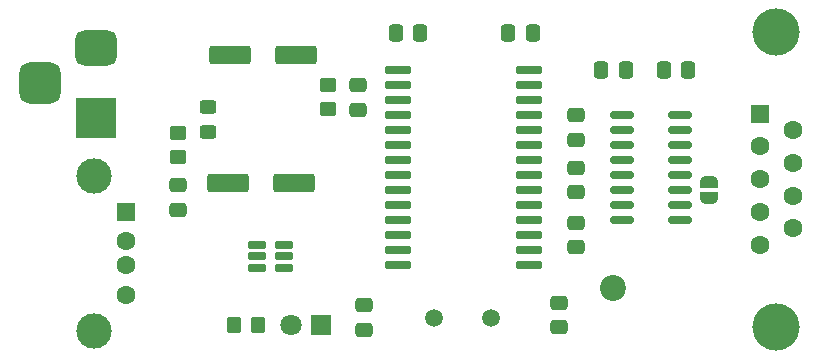
<source format=gts>
G04 #@! TF.GenerationSoftware,KiCad,Pcbnew,8.0.3+1*
G04 #@! TF.CreationDate,2024-07-17T12:21:26-06:00*
G04 #@! TF.ProjectId,CH375_Serial,43483337-355f-4536-9572-69616c2e6b69,rev?*
G04 #@! TF.SameCoordinates,Original*
G04 #@! TF.FileFunction,Soldermask,Top*
G04 #@! TF.FilePolarity,Negative*
%FSLAX46Y46*%
G04 Gerber Fmt 4.6, Leading zero omitted, Abs format (unit mm)*
G04 Created by KiCad (PCBNEW 8.0.3+1) date 2024-07-17 12:21:26*
%MOMM*%
%LPD*%
G01*
G04 APERTURE LIST*
G04 Aperture macros list*
%AMRoundRect*
0 Rectangle with rounded corners*
0 $1 Rounding radius*
0 $2 $3 $4 $5 $6 $7 $8 $9 X,Y pos of 4 corners*
0 Add a 4 corners polygon primitive as box body*
4,1,4,$2,$3,$4,$5,$6,$7,$8,$9,$2,$3,0*
0 Add four circle primitives for the rounded corners*
1,1,$1+$1,$2,$3*
1,1,$1+$1,$4,$5*
1,1,$1+$1,$6,$7*
1,1,$1+$1,$8,$9*
0 Add four rect primitives between the rounded corners*
20,1,$1+$1,$2,$3,$4,$5,0*
20,1,$1+$1,$4,$5,$6,$7,0*
20,1,$1+$1,$6,$7,$8,$9,0*
20,1,$1+$1,$8,$9,$2,$3,0*%
%AMFreePoly0*
4,1,19,0.500000,-0.750000,0.000000,-0.750000,0.000000,-0.744911,-0.071157,-0.744911,-0.207708,-0.704816,-0.327430,-0.627875,-0.420627,-0.520320,-0.479746,-0.390866,-0.500000,-0.250000,-0.500000,0.250000,-0.479746,0.390866,-0.420627,0.520320,-0.327430,0.627875,-0.207708,0.704816,-0.071157,0.744911,0.000000,0.744911,0.000000,0.750000,0.500000,0.750000,0.500000,-0.750000,0.500000,-0.750000,
$1*%
%AMFreePoly1*
4,1,19,0.000000,0.744911,0.071157,0.744911,0.207708,0.704816,0.327430,0.627875,0.420627,0.520320,0.479746,0.390866,0.500000,0.250000,0.500000,-0.250000,0.479746,-0.390866,0.420627,-0.520320,0.327430,-0.627875,0.207708,-0.704816,0.071157,-0.744911,0.000000,-0.744911,0.000000,-0.750000,-0.500000,-0.750000,-0.500000,0.750000,0.000000,0.750000,0.000000,0.744911,0.000000,0.744911,
$1*%
G04 Aperture macros list end*
%ADD10RoundRect,0.250000X-1.500000X-0.550000X1.500000X-0.550000X1.500000X0.550000X-1.500000X0.550000X0*%
%ADD11RoundRect,0.250000X-0.475000X0.337500X-0.475000X-0.337500X0.475000X-0.337500X0.475000X0.337500X0*%
%ADD12RoundRect,0.250000X0.475000X-0.337500X0.475000X0.337500X-0.475000X0.337500X-0.475000X-0.337500X0*%
%ADD13RoundRect,0.150000X-0.825000X-0.150000X0.825000X-0.150000X0.825000X0.150000X-0.825000X0.150000X0*%
%ADD14R,3.500000X3.500000*%
%ADD15RoundRect,0.750000X-1.000000X0.750000X-1.000000X-0.750000X1.000000X-0.750000X1.000000X0.750000X0*%
%ADD16RoundRect,0.875000X-0.875000X0.875000X-0.875000X-0.875000X0.875000X-0.875000X0.875000X0.875000X0*%
%ADD17C,4.000000*%
%ADD18R,1.600000X1.600000*%
%ADD19C,1.600000*%
%ADD20C,1.500000*%
%ADD21RoundRect,0.250000X-0.337500X-0.475000X0.337500X-0.475000X0.337500X0.475000X-0.337500X0.475000X0*%
%ADD22C,2.200000*%
%ADD23R,1.800000X1.800000*%
%ADD24C,1.800000*%
%ADD25RoundRect,0.150000X-0.650000X-0.150000X0.650000X-0.150000X0.650000X0.150000X-0.650000X0.150000X0*%
%ADD26FreePoly0,270.000000*%
%ADD27FreePoly1,270.000000*%
%ADD28RoundRect,0.250000X0.450000X-0.350000X0.450000X0.350000X-0.450000X0.350000X-0.450000X-0.350000X0*%
%ADD29RoundRect,0.150000X-0.987500X-0.150000X0.987500X-0.150000X0.987500X0.150000X-0.987500X0.150000X0*%
%ADD30RoundRect,0.250000X0.350000X0.450000X-0.350000X0.450000X-0.350000X-0.450000X0.350000X-0.450000X0*%
%ADD31RoundRect,0.250000X-0.450000X0.325000X-0.450000X-0.325000X0.450000X-0.325000X0.450000X0.325000X0*%
%ADD32RoundRect,0.250000X-0.450000X0.350000X-0.450000X-0.350000X0.450000X-0.350000X0.450000X0.350000X0*%
%ADD33R,1.500000X1.600000*%
%ADD34C,3.000000*%
G04 APERTURE END LIST*
D10*
X138805000Y-73660000D03*
X144405000Y-73660000D03*
X138965000Y-62865000D03*
X144565000Y-62865000D03*
D11*
X150342500Y-84052500D03*
X150342500Y-86127500D03*
D12*
X166852500Y-85895000D03*
X166852500Y-83820000D03*
D13*
X172150000Y-67945000D03*
X172150000Y-69215000D03*
X172150000Y-70485000D03*
X172150000Y-71755000D03*
X172150000Y-73025000D03*
X172150000Y-74295000D03*
X172150000Y-75565000D03*
X172150000Y-76835000D03*
X177100000Y-76835000D03*
X177100000Y-75565000D03*
X177100000Y-74295000D03*
X177100000Y-73025000D03*
X177100000Y-71755000D03*
X177100000Y-70485000D03*
X177100000Y-69215000D03*
X177100000Y-67945000D03*
D14*
X127635000Y-68230000D03*
D15*
X127635000Y-62230000D03*
D16*
X122935000Y-65230000D03*
D12*
X168275000Y-74465000D03*
X168275000Y-72390000D03*
D17*
X185270000Y-85870000D03*
X185270000Y-60870000D03*
D18*
X183850000Y-67830000D03*
D19*
X183850000Y-70600000D03*
X183850000Y-73370000D03*
X183850000Y-76140000D03*
X183850000Y-78910000D03*
X186690000Y-69215000D03*
X186690000Y-71985000D03*
X186690000Y-74755000D03*
X186690000Y-77525000D03*
D12*
X168275000Y-79142500D03*
X168275000Y-77067500D03*
D11*
X149860000Y-65405000D03*
X149860000Y-67480000D03*
D20*
X156257500Y-85090000D03*
X161137500Y-85090000D03*
D21*
X153035000Y-60960000D03*
X155110000Y-60960000D03*
D11*
X134620000Y-73892500D03*
X134620000Y-75967500D03*
D22*
X171450000Y-82550000D03*
D23*
X146685000Y-85725000D03*
D24*
X144145000Y-85725000D03*
D25*
X141250000Y-78965000D03*
X141250000Y-79915000D03*
X141250000Y-80865000D03*
X143550000Y-80865000D03*
X143550000Y-79915000D03*
X143550000Y-78965000D03*
D21*
X175725000Y-64135000D03*
X177800000Y-64135000D03*
D26*
X179578000Y-73645000D03*
D27*
X179578000Y-74945000D03*
D12*
X168275000Y-70020000D03*
X168275000Y-67945000D03*
D21*
X170412500Y-64135000D03*
X172487500Y-64135000D03*
D28*
X147320000Y-67405000D03*
X147320000Y-65405000D03*
D29*
X153187500Y-64135000D03*
X153187500Y-65405000D03*
X153187500Y-66675000D03*
X153187500Y-67945000D03*
X153187500Y-69215000D03*
X153187500Y-70485000D03*
X153187500Y-71755000D03*
X153187500Y-73025000D03*
X153187500Y-74295000D03*
X153187500Y-75565000D03*
X153187500Y-76835000D03*
X153187500Y-78105000D03*
X153187500Y-79375000D03*
X153187500Y-80645000D03*
X164312500Y-80645000D03*
X164312500Y-79375000D03*
X164312500Y-78105000D03*
X164312500Y-76835000D03*
X164312500Y-75565000D03*
X164312500Y-74295000D03*
X164312500Y-73025000D03*
X164312500Y-71755000D03*
X164312500Y-70485000D03*
X164312500Y-69215000D03*
X164312500Y-67945000D03*
X164312500Y-66675000D03*
X164312500Y-65405000D03*
X164312500Y-64135000D03*
D30*
X141335000Y-85725000D03*
X139335000Y-85725000D03*
D31*
X137160000Y-67301000D03*
X137160000Y-69351000D03*
D32*
X134620000Y-69485000D03*
X134620000Y-71485000D03*
D33*
X130175000Y-76145000D03*
D19*
X130175000Y-78645000D03*
X130175000Y-80645000D03*
X130175000Y-83145000D03*
D34*
X127465000Y-73075000D03*
X127465000Y-86215000D03*
D21*
X162560000Y-60960000D03*
X164635000Y-60960000D03*
M02*

</source>
